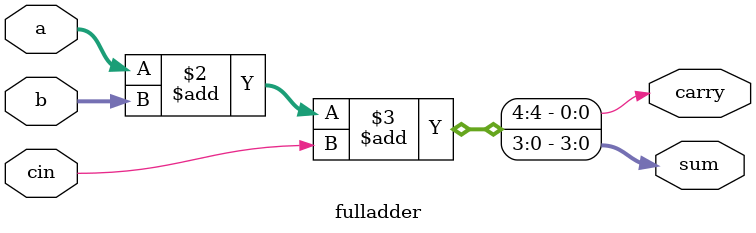
<source format=v>
module fulladder (input [3:0] a, b, input cin, output reg carry, output reg [3:0] sum);

	always @ (a or b or cin) begin
		{carry, sum} = a + b + cin;
	end
endmodule

//{carry, sum} = a + b + cin 
//calcs a+b+cin and assigns the sum to sum and the carry-out to carry, the curly brackets are used to concat. carry and sum into a single 4-bit vector




</source>
